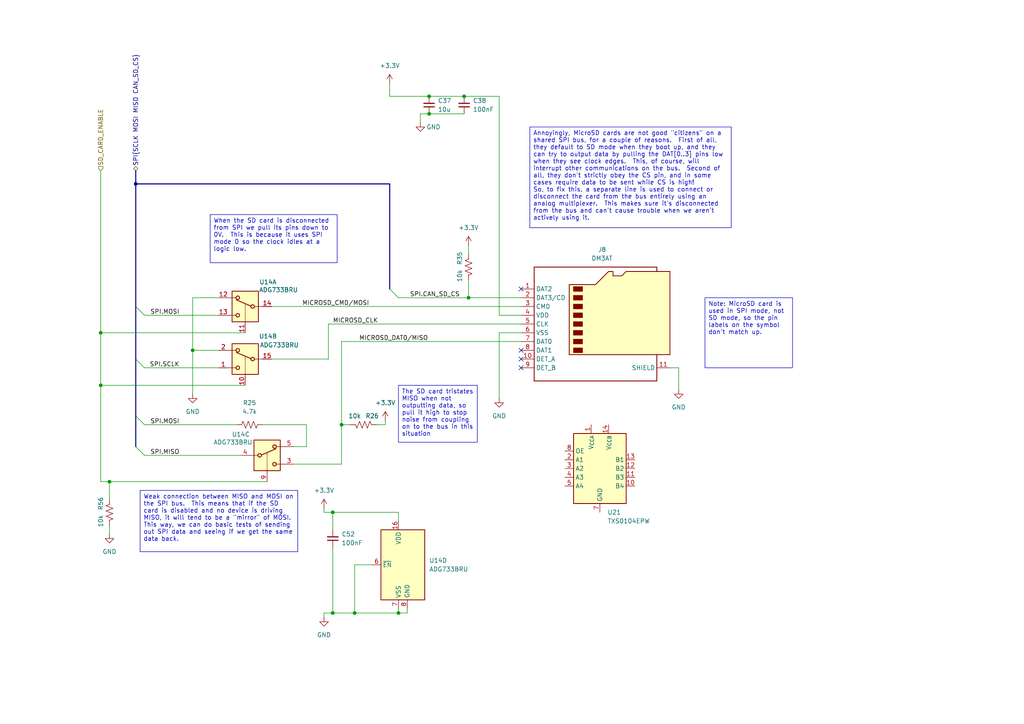
<source format=kicad_sch>
(kicad_sch (version 20231120) (generator "eeschema") (generator_version "8.0")
  (paper "A4")
  (title_block (title "MicroSD Card"))
  (lib_symbols
    (symbol "Analog_Switch:ADG733BRU"
      (property "Reference" "U" (at -3.048 7.874 0))
      (property "Value" "ADG733BRU" (at -3.048 6.096 0))
      (symbol "ADG733BRU_1_1"
        (rectangle (start -3.81 4.445) (end 3.81 -4.445) (stroke (width 0.254)) (fill (type background)))
        (circle (center -2.159 0) (radius 0.508) (stroke (width 0.254)))
        (polyline (pts (xy -5.08 0) (xy -2.794 0)))
        (polyline (pts (xy -1.651 0.127) (xy 2.54 1.905)) (stroke (width 0.254)))
        (polyline (pts (xy 0 -5.08) (xy 0 -4.572)))
        (polyline (pts (xy 0 -4.318) (xy 0 -4.064)))
        (polyline (pts (xy 0 -3.81) (xy 0 -3.556)))
        (polyline (pts (xy 0 -3.302) (xy 0 -3.048)))
        (polyline (pts (xy 0 -2.794) (xy 0 -2.54)))
        (polyline (pts (xy 0 -2.286) (xy 0 -2.032)))
        (polyline (pts (xy 0 -1.778) (xy 0 -1.524)))
        (polyline (pts (xy 0 -1.27) (xy 0 -1.016)))
        (polyline (pts (xy 0 -0.762) (xy 0 -0.508)))
        (polyline (pts (xy 0 -0.254) (xy 0 0)))
        (polyline (pts (xy 0 0.254) (xy 0 0.508)))
        (polyline (pts (xy 0 0.254) (xy 0 0.508)))
        (polyline (pts (xy 5.08 -2.54) (xy 2.794 -2.54)))
        (polyline (pts (xy 5.08 2.54) (xy 2.794 2.54)))
        (circle (center 2.159 -2.54) (radius 0.508) (stroke (width 0.254)))
        (circle (center 2.159 2.54) (radius 0.508) (stroke (width 0.254)))
        (pin input line (at 0 -7.62 90) (length 2.54) (name "~") (number "11"))
        (pin passive line (at 7.62 2.54 180) (length 2.54) (name "~") (number "12"))
        (pin passive line (at 7.62 -2.54 180) (length 2.54) (name "~") (number "13"))
        (pin passive line (at -7.62 0 0) (length 2.54) (name "~") (number "14"))
      )
      (symbol "ADG733BRU_2_1"
        (rectangle (start -3.81 4.445) (end 3.81 -4.445) (stroke (width 0.254)) (fill (type background)))
        (circle (center -2.159 0) (radius 0.508) (stroke (width 0.254)))
        (polyline (pts (xy -5.08 0) (xy -2.794 0)))
        (polyline (pts (xy -1.651 0.127) (xy 2.54 1.905)) (stroke (width 0.254)))
        (polyline (pts (xy 0 -5.08) (xy 0 -4.572)))
        (polyline (pts (xy 0 -4.318) (xy 0 -4.064)))
        (polyline (pts (xy 0 -3.81) (xy 0 -3.556)))
        (polyline (pts (xy 0 -3.302) (xy 0 -3.048)))
        (polyline (pts (xy 0 -2.794) (xy 0 -2.54)))
        (polyline (pts (xy 0 -2.286) (xy 0 -2.032)))
        (polyline (pts (xy 0 -1.778) (xy 0 -1.524)))
        (polyline (pts (xy 0 -1.27) (xy 0 -1.016)))
        (polyline (pts (xy 0 -0.762) (xy 0 -0.508)))
        (polyline (pts (xy 0 -0.254) (xy 0 0)))
        (polyline (pts (xy 0 0.254) (xy 0 0.508)))
        (polyline (pts (xy 0 0.254) (xy 0 0.508)))
        (polyline (pts (xy 5.08 -2.54) (xy 2.794 -2.54)))
        (polyline (pts (xy 5.08 2.54) (xy 2.794 2.54)))
        (circle (center 2.159 -2.54) (radius 0.508) (stroke (width 0.254)))
        (circle (center 2.159 2.54) (radius 0.508) (stroke (width 0.254)))
        (pin passive line (at 7.62 -2.54 180) (length 2.54) (name "~") (number "1"))
        (pin input line (at 0 -7.62 90) (length 2.54) (name "~") (number "10"))
        (pin passive line (at -7.62 0 0) (length 2.54) (name "~") (number "15"))
        (pin passive line (at 7.62 2.54 180) (length 2.54) (name "~") (number "2"))
      )
      (symbol "ADG733BRU_3_1"
        (rectangle (start -3.81 4.445) (end 3.81 -4.445) (stroke (width 0.254)) (fill (type background)))
        (circle (center -2.159 0) (radius 0.508) (stroke (width 0.254)))
        (polyline (pts (xy -5.08 0) (xy -2.794 0)))
        (polyline (pts (xy -1.651 0.127) (xy 2.54 1.905)) (stroke (width 0.254)))
        (polyline (pts (xy 0 -5.08) (xy 0 -4.572)))
        (polyline (pts (xy 0 -4.318) (xy 0 -4.064)))
        (polyline (pts (xy 0 -3.81) (xy 0 -3.556)))
        (polyline (pts (xy 0 -3.302) (xy 0 -3.048)))
        (polyline (pts (xy 0 -2.794) (xy 0 -2.54)))
        (polyline (pts (xy 0 -2.286) (xy 0 -2.032)))
        (polyline (pts (xy 0 -1.778) (xy 0 -1.524)))
        (polyline (pts (xy 0 -1.27) (xy 0 -1.016)))
        (polyline (pts (xy 0 -0.762) (xy 0 -0.508)))
        (polyline (pts (xy 0 -0.254) (xy 0 0)))
        (polyline (pts (xy 0 0.254) (xy 0 0.508)))
        (polyline (pts (xy 0 0.254) (xy 0 0.508)))
        (polyline (pts (xy 5.08 -2.54) (xy 2.794 -2.54)))
        (polyline (pts (xy 5.08 2.54) (xy 2.794 2.54)))
        (circle (center 2.159 -2.54) (radius 0.508) (stroke (width 0.254)))
        (circle (center 2.159 2.54) (radius 0.508) (stroke (width 0.254)))
        (pin passive line (at 7.62 -2.54 180) (length 2.54) (name "~") (number "3"))
        (pin passive line (at -7.62 0 0) (length 2.54) (name "~") (number "4"))
        (pin passive line (at 7.62 2.54 180) (length 2.54) (name "~") (number "5"))
        (pin input line (at 0 -7.62 90) (length 2.54) (name "~") (number "9"))
      )
      (symbol "ADG733BRU_4_0"
        (pin power_in line (at 0 12.7 270) (length 2.54) (name "VDD") (number "16"))
        (pin input line (at -7.62 0 0) (length 2.54) (name "~{EN}") (number "6"))
        (pin power_in line (at 0 -12.7 90) (length 2.54) (name "VSS") (number "7"))
        (pin power_in line (at 2.54 -12.7 90) (length 2.54) (name "GND") (number "8"))
      )
      (symbol "ADG733BRU_4_1"
        (rectangle (start -5.08 10.16) (end 7.62 -10.16) (stroke (width 0.254)) (fill (type background)))
      )
    )
    (symbol "Connector:Micro_SD_Card_Det_Hirose_DM3AT"
      (property "Reference" "J" (at -16.51 17.78 0))
      (property "Value" "Micro_SD_Card_Det_Hirose_DM3AT" (at 16.51 17.78 0))
      (symbol "Micro_SD_Card_Det_Hirose_DM3AT_0_1"
        (rectangle (start -7.62 -6.985) (end -5.08 -8.255) (stroke (width 0.254)) (fill (type outline)))
        (rectangle (start -7.62 -4.445) (end -5.08 -5.715) (stroke (width 0.254)) (fill (type outline)))
        (rectangle (start -7.62 -1.905) (end -5.08 -3.175) (stroke (width 0.254)) (fill (type outline)))
        (rectangle (start -7.62 0.635) (end -5.08 -0.635) (stroke (width 0.254)) (fill (type outline)))
        (rectangle (start -7.62 3.175) (end -5.08 1.905) (stroke (width 0.254)) (fill (type outline)))
        (rectangle (start -7.62 5.715) (end -5.08 4.445) (stroke (width 0.254)) (fill (type outline)))
        (rectangle (start -7.62 8.255) (end -5.08 6.985) (stroke (width 0.254)) (fill (type outline)))
        (rectangle (start -7.62 10.795) (end -5.08 9.525) (stroke (width 0.254)) (fill (type outline)))
        (polyline (pts (xy 16.51 15.24) (xy 16.51 16.51) (xy -19.05 16.51) (xy -19.05 -16.51) (xy 16.51 -16.51) (xy 16.51 -8.89)) (stroke (width 0.254)))
        (polyline (pts (xy -8.89 -8.89) (xy -8.89 11.43) (xy -1.27 11.43) (xy 2.54 15.24) (xy 3.81 15.24) (xy 3.81 13.97) (xy 6.35 13.97) (xy 7.62 15.24) (xy 20.32 15.24) (xy 20.32 -8.89) (xy -8.89 -8.89)) (stroke (width 0.254)) (fill (type background)))
      )
      (symbol "Micro_SD_Card_Det_Hirose_DM3AT_1_1"
        (pin bidirectional line (at -22.86 10.16 0) (length 3.81) (name "DAT2") (number "1"))
        (pin passive line (at -22.86 -10.16 0) (length 3.81) (name "DET_A") (number "10"))
        (pin passive line (at 20.32 -12.7 180) (length 3.81) (name "SHIELD") (number "11"))
        (pin bidirectional line (at -22.86 7.62 0) (length 3.81) (name "DAT3/CD") (number "2"))
        (pin input line (at -22.86 5.08 0) (length 3.81) (name "CMD") (number "3"))
        (pin power_in line (at -22.86 2.54 0) (length 3.81) (name "VDD") (number "4"))
        (pin input line (at -22.86 0 0) (length 3.81) (name "CLK") (number "5"))
        (pin power_in line (at -22.86 -2.54 0) (length 3.81) (name "VSS") (number "6"))
        (pin bidirectional line (at -22.86 -5.08 0) (length 3.81) (name "DAT0") (number "7"))
        (pin bidirectional line (at -22.86 -7.62 0) (length 3.81) (name "DAT1") (number "8"))
        (pin passive line (at -22.86 -12.7 0) (length 3.81) (name "DET_B") (number "9"))
      )
    )
    (symbol "Device:C_Small" (pin_numbers hide) (pin_names (offset 0.254) hide)
      (property "Reference" "C" (at 0.254 1.778 0))
      (property "Value" "C_Small" (at 0.254 -2.032 0))
      (symbol "C_Small_0_1"
        (polyline (pts (xy -1.524 -0.508) (xy 1.524 -0.508)) (stroke (width 0.3302)))
        (polyline (pts (xy -1.524 0.508) (xy 1.524 0.508)) (stroke (width 0.3048)))
      )
      (symbol "C_Small_1_1"
        (pin passive line (at 0 2.54 270) (length 2.032) (name "~") (number "1"))
        (pin passive line (at 0 -2.54 90) (length 2.032) (name "~") (number "2"))
      )
    )
    (symbol "Device:R_US" (pin_numbers hide) (pin_names (offset 0))
      (property "Reference" "R" (at 2.54 0 90))
      (property "Value" "R_US" (at -2.54 0 90))
      (symbol "R_US_0_1"
        (polyline (pts (xy 0 -2.286) (xy 0 -2.54)))
        (polyline (pts (xy 0 2.286) (xy 0 2.54)))
        (polyline (pts (xy 0 -0.762) (xy 1.016 -1.143) (xy 0 -1.524) (xy -1.016 -1.905) (xy 0 -2.286)))
        (polyline (pts (xy 0 0.762) (xy 1.016 0.381) (xy 0 0) (xy -1.016 -0.381) (xy 0 -0.762)))
        (polyline (pts (xy 0 2.286) (xy 1.016 1.905) (xy 0 1.524) (xy -1.016 1.143) (xy 0 0.762)))
      )
      (symbol "R_US_1_1"
        (pin passive line (at 0 3.81 270) (length 1.27) (name "~") (number "1"))
        (pin passive line (at 0 -3.81 90) (length 1.27) (name "~") (number "2"))
      )
    )
    (symbol "Logic_LevelTranslator:TXS0104EPW"
      (property "Reference" "U" (at -7.62 11.43 0))
      (property "Value" "TXS0104EPW" (at 3.81 11.43 0))
      (symbol "TXS0104EPW_0_1"
        (rectangle (start -7.62 10.16) (end 7.62 -10.16) (stroke (width 0.254)) (fill (type background)))
      )
      (symbol "TXS0104EPW_1_0"
        (pin no_connect line (at -7.62 -7.62 0) (length 2.54) hide (name "NC") (number "6"))
        (pin no_connect line (at 7.62 -7.62 180) (length 2.54) hide (name "NC") (number "9"))
      )
      (symbol "TXS0104EPW_1_1"
        (pin power_in line (at -2.54 12.7 270) (length 2.54) (name "V_{CCA}") (number "1"))
        (pin bidirectional line (at 10.16 -5.08 180) (length 2.54) (name "B4") (number "10"))
        (pin bidirectional line (at 10.16 -2.54 180) (length 2.54) (name "B3") (number "11"))
        (pin bidirectional line (at 10.16 0 180) (length 2.54) (name "B2") (number "12"))
        (pin bidirectional line (at 10.16 2.54 180) (length 2.54) (name "B1") (number "13"))
        (pin power_in line (at 2.54 12.7 270) (length 2.54) (name "V_{CCB}") (number "14"))
        (pin bidirectional line (at -10.16 2.54 0) (length 2.54) (name "A1") (number "2"))
        (pin bidirectional line (at -10.16 0 0) (length 2.54) (name "A2") (number "3"))
        (pin bidirectional line (at -10.16 -2.54 0) (length 2.54) (name "A3") (number "4"))
        (pin bidirectional line (at -10.16 -5.08 0) (length 2.54) (name "A4") (number "5"))
        (pin power_in line (at 0 -12.7 90) (length 2.54) (name "GND") (number "7"))
        (pin input line (at -10.16 5.08 0) (length 2.54) (name "OE") (number "8"))
      )
    )
    (symbol "power:+3.3V" (power) (pin_numbers hide) (pin_names (offset 0) hide)
      (property "Value" "+3.3V" (at 0 3.556 0))
      (symbol "+3.3V_0_1"
        (polyline (pts (xy -0.762 1.27) (xy 0 2.54)))
        (polyline (pts (xy 0 0) (xy 0 2.54)))
        (polyline (pts (xy 0 2.54) (xy 0.762 1.27)))
      )
      (symbol "+3.3V_1_1"
        (pin power_in line (at 0 0 90) (length 0) (name "~") (number "1"))
      )
    )
    (symbol "power:GND" (power) (pin_numbers hide) (pin_names (offset 0) hide)
      (property "Value" "GND" (at 0 -3.81 0))
      (symbol "GND_0_1"
        (polyline (pts (xy 0 0) (xy 0 -1.27) (xy 1.27 -1.27) (xy 0 -2.54) (xy -1.27 -1.27) (xy 0 -1.27)))
      )
      (symbol "GND_1_1"
        (pin power_in line (at 0 0 270) (length 0) (name "~") (number "1"))
      )
    )
  )
  (junction (at 96.52 148.59))
  (junction (at 96.52 177.8))
  (junction (at 39.37 53.34))
  (junction (at 31.75 139.7))
  (junction (at 55.88 101.6))
  (junction (at 124.46 27.94))
  (junction (at 115.57 177.8))
  (junction (at 102.87 177.8))
  (junction (at 124.46 33.02))
  (junction (at 29.21 111.76))
  (junction (at 134.62 27.94))
  (junction (at 29.21 96.52))
  (junction (at 99.06 123.19))
  (junction (at 135.89 86.36))
  (no_connect (at 151.13 83.82))
  (no_connect (at 151.13 104.14))
  (no_connect (at 151.13 106.68))
  (no_connect (at 151.13 101.6))
  (bus_entry (at 39.37 88.9) (size 2.54 2.54))
  (bus_entry (at 39.37 104.14) (size 2.54 2.54))
  (bus_entry (at 39.37 129.54) (size 2.54 2.54))
  (bus_entry (at 39.37 120.65) (size 2.54 2.54))
  (bus_entry (at 113.03 83.82) (size 2.54 2.54))
  (wire (pts (xy 55.88 114.3) (xy 55.88 101.6)))
  (wire (pts (xy 113.03 27.94) (xy 124.46 27.94)))
  (wire (pts (xy 118.11 176.53) (xy 118.11 177.8)))
  (wire (pts (xy 113.03 24.13) (xy 113.03 27.94)))
  (wire (pts (xy 115.57 148.59) (xy 115.57 151.13)))
  (wire (pts (xy 118.11 177.8) (xy 115.57 177.8)))
  (wire (pts (xy 41.91 91.44) (xy 63.5 91.44)))
  (wire (pts (xy 41.91 132.08) (xy 69.85 132.08)))
  (wire (pts (xy 55.88 101.6) (xy 63.5 101.6)))
  (bus (pts (xy 39.37 88.9) (xy 39.37 104.14)))
  (wire (pts (xy 99.06 99.06) (xy 151.13 99.06)))
  (wire (pts (xy 41.91 123.19) (xy 68.58 123.19)))
  (wire (pts (xy 29.21 49.53) (xy 29.21 96.52)))
  (wire (pts (xy 135.89 81.28) (xy 135.89 86.36)))
  (wire (pts (xy 96.52 148.59) (xy 115.57 148.59)))
  (wire (pts (xy 88.9 129.54) (xy 85.09 129.54)))
  (wire (pts (xy 102.87 177.8) (xy 96.52 177.8)))
  (bus (pts (xy 113.03 53.34) (xy 113.03 83.82)))
  (wire (pts (xy 31.75 152.4) (xy 31.75 154.94)))
  (wire (pts (xy 29.21 139.7) (xy 31.75 139.7)))
  (wire (pts (xy 151.13 91.44) (xy 144.78 91.44)))
  (bus (pts (xy 39.37 53.34) (xy 113.03 53.34)))
  (wire (pts (xy 121.92 33.02) (xy 121.92 35.56)))
  (wire (pts (xy 96.52 177.8) (xy 93.98 177.8)))
  (wire (pts (xy 124.46 33.02) (xy 121.92 33.02)))
  (wire (pts (xy 196.85 106.68) (xy 196.85 113.03)))
  (wire (pts (xy 29.21 111.76) (xy 71.12 111.76)))
  (wire (pts (xy 115.57 177.8) (xy 102.87 177.8)))
  (wire (pts (xy 109.22 123.19) (xy 111.76 123.19)))
  (bus (pts (xy 39.37 49.53) (xy 39.37 53.34)))
  (wire (pts (xy 31.75 139.7) (xy 31.75 144.78)))
  (wire (pts (xy 194.31 106.68) (xy 196.85 106.68)))
  (wire (pts (xy 93.98 177.8) (xy 93.98 179.07)))
  (wire (pts (xy 135.89 71.12) (xy 135.89 73.66)))
  (wire (pts (xy 31.75 139.7) (xy 77.47 139.7)))
  (wire (pts (xy 29.21 111.76) (xy 29.21 139.7)))
  (wire (pts (xy 107.95 163.83) (xy 102.87 163.83)))
  (wire (pts (xy 134.62 33.02) (xy 124.46 33.02)))
  (wire (pts (xy 151.13 96.52) (xy 144.78 96.52)))
  (wire (pts (xy 76.2 123.19) (xy 88.9 123.19)))
  (wire (pts (xy 95.25 93.98) (xy 151.13 93.98)))
  (wire (pts (xy 135.89 86.36) (xy 151.13 86.36)))
  (wire (pts (xy 99.06 123.19) (xy 101.6 123.19)))
  (wire (pts (xy 41.91 106.68) (xy 63.5 106.68)))
  (wire (pts (xy 102.87 163.83) (xy 102.87 177.8)))
  (bus (pts (xy 39.37 104.14) (xy 39.37 120.65)))
  (wire (pts (xy 78.74 104.14) (xy 95.25 104.14)))
  (wire (pts (xy 29.21 96.52) (xy 29.21 111.76)))
  (bus (pts (xy 39.37 53.34) (xy 39.37 88.9)))
  (wire (pts (xy 99.06 99.06) (xy 99.06 123.19)))
  (wire (pts (xy 78.74 88.9) (xy 151.13 88.9)))
  (wire (pts (xy 95.25 93.98) (xy 95.25 104.14)))
  (wire (pts (xy 29.21 96.52) (xy 71.12 96.52)))
  (wire (pts (xy 96.52 158.75) (xy 96.52 177.8)))
  (wire (pts (xy 93.98 147.32) (xy 93.98 148.59)))
  (wire (pts (xy 93.98 148.59) (xy 96.52 148.59)))
  (wire (pts (xy 99.06 134.62) (xy 85.09 134.62)))
  (wire (pts (xy 111.76 123.19) (xy 111.76 121.92)))
  (wire (pts (xy 115.57 176.53) (xy 115.57 177.8)))
  (wire (pts (xy 144.78 91.44) (xy 144.78 27.94)))
  (wire (pts (xy 55.88 86.36) (xy 55.88 101.6)))
  (wire (pts (xy 99.06 123.19) (xy 99.06 134.62)))
  (wire (pts (xy 144.78 96.52) (xy 144.78 115.57)))
  (wire (pts (xy 124.46 27.94) (xy 134.62 27.94)))
  (wire (pts (xy 115.57 86.36) (xy 135.89 86.36)))
  (wire (pts (xy 88.9 123.19) (xy 88.9 129.54)))
  (wire (pts (xy 63.5 86.36) (xy 55.88 86.36)))
  (wire (pts (xy 96.52 148.59) (xy 96.52 153.67)))
  (wire (pts (xy 144.78 27.94) (xy 134.62 27.94)))
  (bus (pts (xy 39.37 120.65) (xy 39.37 129.54)))
  (text_box "When the SD card is disconnected from SPI we pull its pins down to 0V.  This is because it uses SPI mode 0 so the clock idles at a logic low." (at 60.96 62.23 0) (size 36.83 13.97) (effects (font (size 1.27 1.27)) (justify left top)))
  (text_box "Note: MicroSD card is used in SPI mode, not SD mode, so the pin labels on the symbol don't match up." (at 204.47 86.36 0) (size 25.4 20.32) (effects (font (size 1.27 1.27)) (justify left top)))
  (text_box "Weak connection between MISO and MOSI on the SPI bus.  This means that if the SD card is disabled and no device is driving MISO, it will tend to be a \"mirror\" of MOSI.  This way, we can do basic tests of sending out SPI data and seeing if we get the same data back." (at 40.64 142.24 0) (size 45.72 17.78) (effects (font (size 1.27 1.27)) (justify left top)))
  (text_box "Annoyingly, MicroSD cards are not good \"citizens\" on a shared SPI bus, for a couple of reasons.  First of all, they default to SD mode when they boot up, and they can try to output data by pulling the DAT[0..3] pins low when they see clock edges.  This, of course, will interrupt other communications on the bus.  Second of all, they don't strictly obey the CS pin, and in some cases require data to be sent while CS is high!\nSo, to fix this, a separate line is used to connect or disconnect the card from the bus entirely using an analog multiplexer.  This makes sure it's disconnected from the bus and can't cause trouble when we aren't actively using it." (at 153.67 36.83 0) (size 58.42 29.21) (effects (font (size 1.27 1.27)) (justify left top)))
  (text_box "The SD card tristates MISO when not outputting data, so pull it high to stop noise from coupling on to the bus in this situation" (at 115.57 111.76 0) (size 22.86 16.51) (effects (font (size 1.27 1.27)) (justify left top)))
  (label "SPI.MOSI" (at 52.07 91.44 180))
  (label "MICROSD_CLK" (at 96.52 93.98 0))
  (label "SPI.MOSI" (at 52.07 123.19 180))
  (label "MICROSD_CMD{slash}MOSI" (at 87.63 88.9 0))
  (label "SPI.MISO" (at 52.07 132.08 180))
  (label "SPI.SCLK" (at 52.07 106.68 180))
  (label "SPI.CAN_SD_CS" (at 133.35 86.36 180))
  (label "MICROSD_DAT0{slash}MISO" (at 104.14 99.06 0))
  (hierarchical_label "SPI{SCLK MOSI MISO CAN_SD_CS}" (shape bidirectional) (at 39.37 49.53 90))
  (hierarchical_label "SD_CARD_ENABLE" (shape input) (at 29.21 49.53 90))
  (symbol (lib_id "power:+3.3V") (at 113.03 24.13 0) (unit 1)
    (property "Reference" "#PWR050" (effects (hide yes)))
    (property "Value" "+3.3V" (at 113.03 19.05 0))
    (property "Description" "Power symbol creates a global label with name \"+3.3V\"" (effects (hide yes)))
  )
  (symbol (lib_id "power:GND") (at 93.98 179.07 0) (unit 1)
    (property "Reference" "#PWR062" (effects (hide yes)))
    (property "Value" "GND" (at 93.98 184.15 0))
    (property "Description" "Power symbol creates a global label with name \"GND\" , ground" (effects (hide yes)))
  )
  (symbol (lib_id "power:GND") (at 144.78 115.57 0) (unit 1)
    (property "Reference" "#PWR070" (effects (hide yes)))
    (property "Value" "GND" (at 144.78 120.65 0))
    (property "Description" "Power symbol creates a global label with name \"GND\" , ground" (effects (hide yes)))
  )
  (symbol (lib_id "Device:R_US") (at 105.41 123.19 90) (mirror x) (unit 1)
    (property "Reference" "R26" (at 107.95 120.65 90))
    (property "Value" "10k" (at 102.87 120.65 90))
    (property "Footprint" "Resistor_SMD:R_1206_3216Metric" (effects (hide yes)))
    (property "Description" "Resistor, US symbol" (effects (hide yes)))
    (property "Supplier" "Digi-Key" (effects (hide yes)))
    (property "LibRef" "ERJ-8ENF1002V" (effects (hide yes)))
    (property "SKU" "P10.0KFCT-ND" (effects (hide yes)))
  )
  (symbol (lib_id "Connector:Micro_SD_Card_Det_Hirose_DM3AT") (at 173.99 93.98 0) (unit 1)
    (property "Reference" "J8" (at 174.625 72.39 0))
    (property "Value" "DM3AT" (at 174.625 74.93 0))
    (property "Footprint" "Connector_Card:microSD_HC_Hirose_DM3AT-SF-PEJM5" (effects (hide yes)))
    (property "Datasheet" "https://www.hirose.com/product/en/download_file/key_name/DM3/category/Catalog/doc_file_id/49662/?file_category_id=4&item_id=195&is_series=1" (effects (hide yes)))
    (property "Description" "Micro SD Card Socket with card detection pins" (effects (hide yes)))
    (property "SKU" "HR1964CT-ND" (effects (hide yes)))
    (property "Supplier" "Digi-Key" (effects (hide yes)))
  )
  (symbol (lib_id "Device:R_US") (at 31.75 148.59 0) (mirror x) (unit 1)
    (property "Reference" "R56" (at 29.21 146.05 90))
    (property "Value" "10k" (at 29.21 151.13 90))
    (property "Footprint" "Resistor_SMD:R_1206_3216Metric" (effects (hide yes)))
    (property "Description" "Resistor, US symbol" (effects (hide yes)))
    (property "Supplier" "Digi-Key" (effects (hide yes)))
    (property "LibRef" "ERJ-8ENF1002V" (effects (hide yes)))
    (property "SKU" "P10.0KFCT-ND" (effects (hide yes)))
  )
  (symbol (lib_id "Analog_Switch:ADG733BRU") (at 77.47 132.08 0) (unit 3)
    (property "Reference" "U14" (at 69.85 125.984 0))
    (property "Value" "ADG733BRU" (at 67.564 128.27 0))
    (property "Footprint" "Package_SO:TSSOP-16_4.4x5mm_P0.65mm" (effects (hide yes)))
    (property "Datasheet" "https://www.analog.com/media/en/technical-documentation/data-sheets/ADG733_734.pdf" (effects (hide yes)))
    (property "Description" "Triple SPDT CMOS Analog Switch, 2.5Ohm Ron, TSSOP-16" (effects (hide yes)))
    (property "SKU" "ADG733BRUZ-REEL7CT-ND" (effects (hide yes)))
    (property "Supplier" "Digi-Key" (effects (hide yes)))
  )
  (symbol (lib_id "Device:R_US") (at 72.39 123.19 90) (unit 1)
    (property "Reference" "R25" (at 72.39 116.84 90))
    (property "Value" "4.7k" (at 72.39 119.38 90))
    (property "Footprint" "Resistor_SMD:R_1206_3216Metric" (effects (hide yes)))
    (property "Description" "Resistor, US symbol" (effects (hide yes)))
    (property "Supplier" "Digi-Key" (effects (hide yes)))
    (property "LibRef" "ERJ-8ENF4702V" (effects (hide yes)))
    (property "SKU" "P4.70KFCT-ND" (effects (hide yes)))
  )
  (symbol (lib_id "power:GND") (at 31.75 154.94 0) (unit 1)
    (property "Reference" "#PWR0110" (effects (hide yes)))
    (property "Value" "GND" (at 31.75 160.02 0))
    (property "Description" "Power symbol creates a global label with name \"GND\" , ground" (effects (hide yes)))
  )
  (symbol (lib_id "power:+3.3V") (at 93.98 147.32 0) (unit 1)
    (property "Reference" "#PWR072" (effects (hide yes)))
    (property "Value" "+3.3V" (at 93.98 142.24 0))
    (property "Description" "Power symbol creates a global label with name \"+3.3V\"" (effects (hide yes)))
  )
  (symbol (lib_id "Device:C_Small") (at 96.52 156.21 180) (unit 1)
    (property "Reference" "C52" (at 99.06 154.9336 0) (effects (justify right)))
    (property "Value" "100nF" (at 99.06 157.4736 0) (effects (justify right)))
    (property "Footprint" "Capacitor_SMD:C_1206_3216Metric" (effects (hide yes)))
    (property "Description" "Unpolarized capacitor, small symbol" (effects (hide yes)))
    (property "Supplier" "Digi-Key" (effects (hide yes)))
    (property "LibRef" "GRM319R72A104KA01D" (effects (hide yes)))
  )
  (symbol (lib_id "power:GND") (at 196.85 113.03 0) (unit 1)
    (property "Reference" "#PWR071" (effects (hide yes)))
    (property "Value" "GND" (at 196.85 118.11 0))
    (property "Description" "Power symbol creates a global label with name \"GND\" , ground" (effects (hide yes)))
  )
  (symbol (lib_id "Analog_Switch:ADG733BRU") (at 71.12 88.9 0) (mirror y) (unit 1)
    (property "Reference" "U14" (at 77.724 81.788 0))
    (property "Value" "ADG733BRU" (at 80.772 84.074 0))
    (property "Footprint" "Package_SO:TSSOP-16_4.4x5mm_P0.65mm" (effects (hide yes)))
    (property "Datasheet" "https://www.analog.com/media/en/technical-documentation/data-sheets/ADG733_734.pdf" (effects (hide yes)))
    (property "Description" "Triple SPDT CMOS Analog Switch, 2.5Ohm Ron, TSSOP-16" (effects (hide yes)))
    (property "SKU" "ADG733BRUZ-REEL7CT-ND" (effects (hide yes)))
    (property "Supplier" "Digi-Key" (effects (hide yes)))
  )
  (symbol (lib_id "Device:R_US") (at 135.89 77.47 0) (mirror x) (unit 1)
    (property "Reference" "R35" (at 133.35 74.93 90))
    (property "Value" "10k" (at 133.35 80.01 90))
    (property "Footprint" "Resistor_SMD:R_1206_3216Metric" (effects (hide yes)))
    (property "Description" "Resistor, US symbol" (effects (hide yes)))
    (property "Supplier" "Digi-Key" (effects (hide yes)))
    (property "LibRef" "ERJ-8ENF1002V" (effects (hide yes)))
    (property "SKU" "P10.0KFCT-ND" (effects (hide yes)))
  )
  (symbol (lib_id "power:GND") (at 121.92 35.56 0) (unit 1)
    (property "Reference" "#PWR068" (effects (hide yes)))
    (property "Value" "GND" (at 125.73 36.83 0))
    (property "Description" "Power symbol creates a global label with name \"GND\" , ground" (effects (hide yes)))
  )
  (symbol (lib_id "power:+3.3V") (at 111.76 121.92 0) (unit 1)
    (property "Reference" "#PWR053" (effects (hide yes)))
    (property "Value" "+3.3V" (at 111.76 116.84 0))
    (property "Description" "Power symbol creates a global label with name \"+3.3V\"" (effects (hide yes)))
  )
  (symbol (lib_id "Logic_LevelTranslator:TXS0104EPW") (at 173.99 135.89 0) (unit 1)
    (property "Reference" "U21" (at 176.1841 148.59 0) (effects (justify left)))
    (property "Value" "TXS0104EPW" (at 176.1841 151.13 0) (effects (justify left)))
    (property "Footprint" "Package_SO:TSSOP-14_4.4x5mm_P0.65mm" (effects (hide yes)))
    (property "Datasheet" "www.ti.com/lit/ds/symlink/txs0104e.pdf" (effects (hide yes)))
    (property "Description" "Bidirectional level-shifting voltage translator, TSSOP-14" (effects (hide yes)))
    (property "Supplier" "Digi-Key" (effects (hide yes)))
    (property "SKU" "296-20697-1-ND" (effects (hide yes)))
    (property "LibRef" "TXS0104EPWR" (effects (hide yes)))
  )
  (symbol (lib_id "Device:C_Small") (at 124.46 30.48 180) (unit 1)
    (property "Reference" "C37" (at 127 29.2036 0) (effects (justify right)))
    (property "Value" "10u" (at 127 31.7436 0) (effects (justify right)))
    (property "Footprint" "Capacitor_SMD:C_1206_3216Metric" (effects (hide yes)))
    (property "Description" "Unpolarized capacitor, small symbol" (effects (hide yes)))
    (property "Supplier" "Digi-Key" (effects (hide yes)))
    (property "LibRef" "CL31B106KLHNNNE" (effects (hide yes)))
  )
  (symbol (lib_id "power:+3.3V") (at 135.89 71.12 0) (unit 1)
    (property "Reference" "#PWR073" (effects (hide yes)))
    (property "Value" "+3.3V" (at 135.89 66.04 0))
    (property "Description" "Power symbol creates a global label with name \"+3.3V\"" (effects (hide yes)))
  )
  (symbol (lib_id "Device:C_Small") (at 134.62 30.48 180) (unit 1)
    (property "Reference" "C38" (at 137.16 29.2036 0) (effects (justify right)))
    (property "Value" "100nF" (at 137.16 31.7436 0) (effects (justify right)))
    (property "Footprint" "Capacitor_SMD:C_1206_3216Metric" (effects (hide yes)))
    (property "Description" "Unpolarized capacitor, small symbol" (effects (hide yes)))
    (property "Supplier" "Digi-Key" (effects (hide yes)))
    (property "LibRef" "GRM319R72A104KA01D" (effects (hide yes)))
  )
  (symbol (lib_id "Analog_Switch:ADG733BRU") (at 71.12 104.14 0) (mirror y) (unit 2)
    (property "Reference" "U14" (at 77.724 97.536 0))
    (property "Value" "ADG733BRU" (at 81.026 100.076 0))
    (property "Footprint" "Package_SO:TSSOP-16_4.4x5mm_P0.65mm" (effects (hide yes)))
    (property "Datasheet" "https://www.analog.com/media/en/technical-documentation/data-sheets/ADG733_734.pdf" (effects (hide yes)))
    (property "Description" "Triple SPDT CMOS Analog Switch, 2.5Ohm Ron, TSSOP-16" (effects (hide yes)))
    (property "SKU" "ADG733BRUZ-REEL7CT-ND" (effects (hide yes)))
    (property "Supplier" "Digi-Key" (effects (hide yes)))
  )
  (symbol (lib_id "power:GND") (at 55.88 114.3 0) (unit 1)
    (property "Reference" "#PWR069" (effects (hide yes)))
    (property "Value" "GND" (at 55.88 119.38 0))
    (property "Description" "Power symbol creates a global label with name \"GND\" , ground" (effects (hide yes)))
  )
  (symbol (lib_id "Analog_Switch:ADG733BRU") (at 115.57 163.83 0) (unit 4)
    (property "Reference" "U14" (at 124.46 162.56 0) (effects (justify left)))
    (property "Value" "ADG733BRU" (at 124.46 165.1 0) (effects (justify left)))
    (property "Footprint" "Package_SO:TSSOP-16_4.4x5mm_P0.65mm" (effects (hide yes)))
    (property "Datasheet" "https://www.analog.com/media/en/technical-documentation/data-sheets/ADG733_734.pdf" (effects (hide yes)))
    (property "Description" "Triple SPDT CMOS Analog Switch, 2.5Ohm Ron, TSSOP-16" (effects (hide yes)))
    (property "SKU" "ADG733BRUZ-REEL7CT-ND" (effects (hide yes)))
    (property "Supplier" "Digi-Key" (effects (hide yes)))
  )
)
</source>
